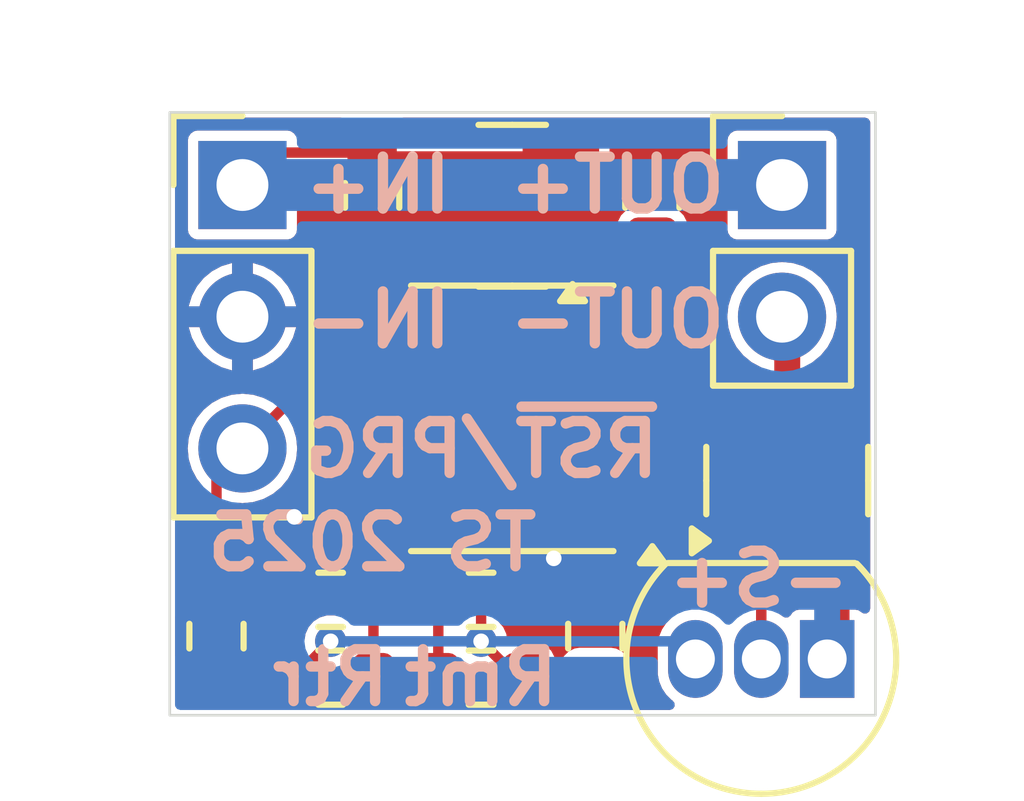
<source format=kicad_pcb>
(kicad_pcb (version 20240108) (generator "pcbnew") (generator_version "8.0")
  (layers (0 "F.Cu" signal) (31 "B.Cu" signal) (34 "B.Paste" user) (35 "F.Paste" user) (36 "B.SilkS" user "B.Silkscreen") (37 "F.SilkS" user "F.Silkscreen") (38 "B.Mask" user) (39 "F.Mask" user) (44 "Edge.Cuts" user))
  (net 0 "")
  (net 1 "GND")
  (net 2 "+3.3V")
  (net 3 "/FAN_SW")
  (net 4 "/UPDI{slash}~{RESET}")
  (net 5 "/TEMP_SENS")
  (net 6 "Net-(J1-Pin_1)")
  (net 7 "Net-(J2-Pin_2)")
  (net 8 "/MT")
  (net 9 "/TR")
  (footprint "Package_TO_SOT_SMD:SOT-23" (layer "F.Cu") (at 146.6 66.8 180)
    (property "Reference" "U1" (hide yes))
    (property "Value" "TLV76033DBZ")
    (fp_line (start 0 1.560001) (end 0.65 1.56) (stroke (width 0.12)) (layer "F.SilkS"))
    (fp_line (start 0 1.560001) (end -0.65 1.56) (stroke (width 0.12)) (layer "F.SilkS"))
    (fp_line (start 0 -1.560001) (end 0.65 -1.56) (stroke (width 0.12)) (layer "F.SilkS"))
    (fp_line (start 0 -1.560001) (end -0.65 -1.56) (stroke (width 0.12)) (layer "F.SilkS"))
    (fp_poly (pts (xy -1.1625 -1.51) (xy -1.4025 -1.84) (xy -0.9225 -1.839999) (xy -1.1625 -1.51)) (stroke (width 0.12)) (fill solid) (layer "F.SilkS"))
    (pad "1" smd roundrect (at -0.9375 -0.95 180) (size 1.475 0.6) (layers "F.Cu" "F.Paste" "F.Mask") (net 2 "+3.3V"))
    (pad "2" smd roundrect (at -0.9375 0.95 180) (size 1.475 0.6) (layers "F.Cu" "F.Paste" "F.Mask") (net 6 "Net-(J1-Pin_1)"))
    (pad "3" smd roundrect (at 0.937501 0 180) (size 1.475 0.6) (layers "F.Cu" "F.Paste" "F.Mask") (net 1 "GND"))
  )
  (footprint "Resistor_SMD:R_0603_1608Metric" (layer "F.Cu") (at 143.9 66.6 -90)
    (property "Reference" "C1" (hide yes))
    (property "Value" "100n 35V")
    (fp_line (start -0.237258 0.5225) (end 0.237258 0.5225) (stroke (width 0.12)) (layer "F.SilkS"))
    (fp_line (start -0.237258 -0.5225) (end 0.237258 -0.5225) (stroke (width 0.12)) (layer "F.SilkS"))
    (pad "1" smd roundrect (at -0.825 0 270) (size 0.8 0.95) (layers "F.Cu" "F.Paste" "F.Mask") (net 6 "Net-(J1-Pin_1)"))
    (pad "2" smd roundrect (at 0.825 0 270) (size 0.8 0.95) (layers "F.Cu" "F.Paste" "F.Mask") (net 1 "GND"))
  )
  (footprint "Connector_PinHeader_2.54mm:PinHeader_1x03_P2.54mm_Vertical" (layer "F.Cu") (at 141.4 66.4)
    (property "Reference" "J1" (hide yes))
    (property "Value" "Conn_01x03")
    (fp_line (start -1.33 -1.33) (end 0 -1.33) (stroke (width 0.12)) (layer "F.SilkS"))
    (fp_line (start -1.33 0) (end -1.33 -1.33) (stroke (width 0.12)) (layer "F.SilkS"))
    (fp_line (start -1.33 1.270001) (end -1.33 6.409999) (stroke (width 0.12)) (layer "F.SilkS"))
    (fp_line (start -1.33 1.270001) (end 1.33 1.270001) (stroke (width 0.12)) (layer "F.SilkS"))
    (fp_line (start -1.33 6.409999) (end 1.33 6.409999) (stroke (width 0.12)) (layer "F.SilkS"))
    (fp_line (start 1.33 1.270001) (end 1.33 6.409999) (stroke (width 0.12)) (layer "F.SilkS"))
    (pad "1" thru_hole rect (at 0 0) (size 1.7 1.7) (drill 1) (layers "*.Cu" "*.Mask") (net 6 "Net-(J1-Pin_1)"))
    (pad "2" thru_hole oval (at 0 2.54) (size 1.7 1.7) (drill 1) (layers "*.Cu" "*.Mask") (net 1 "GND"))
    (pad "3" thru_hole oval (at 0 5.079999) (size 1.7 1.7) (drill 1) (layers "*.Cu" "*.Mask") (net 4 "/UPDI{slash}~{RESET}"))
  )
  (footprint "Package_TO_SOT_THT:TO-92_Inline" (layer "F.Cu") (at 152.670001 75.540001 180)
    (property "Reference" "U3" (hide yes))
    (property "Value" "DS18B20")
    (fp_line (start -0.53 1.85) (end 3.07 1.85) (stroke (width 0.12)) (layer "F.SilkS"))
    (fp_arc (start 1.27 -2.6) (mid 3.672087 -0.994977) (end 3.108478 1.838478) (stroke (width 0.12)) (layer "F.SilkS"))
    (fp_arc (start -0.568478 1.838478) (mid -1.132087 -0.994977) (end 1.27 -2.6) (stroke (width 0.12)) (layer "F.SilkS"))
    (pad "1" thru_hole rect (at 0 0 180) (size 1.05 1.5) (drill 0.75) (layers "*.Cu" "*.Mask") (net 1 "GND"))
    (pad "2" thru_hole oval (at 1.270001 0 180) (size 1.05 1.5) (drill 0.75) (layers "*.Cu" "*.Mask") (net 5 "/TEMP_SENS"))
    (pad "3" thru_hole oval (at 2.54 0 180) (size 1.05 1.5) (drill 0.75) (layers "*.Cu" "*.Mask") (net 2 "+3.3V"))
  )
  (footprint "Package_TO_SOT_SMD:SOT-23" (layer "F.Cu") (at 151.9 72.1 90)
    (property "Reference" "Q1" (hide yes))
    (property "Value" "DMG3406L")
    (fp_line (start 0 -1.560001) (end 0.65 -1.56) (stroke (width 0.12)) (layer "F.SilkS"))
    (fp_line (start 0 -1.560001) (end -0.65 -1.56) (stroke (width 0.12)) (layer "F.SilkS"))
    (fp_line (start 0 1.560001) (end 0.65 1.56) (stroke (width 0.12)) (layer "F.SilkS"))
    (fp_line (start 0 1.560001) (end -0.65 1.56) (stroke (width 0.12)) (layer "F.SilkS"))
    (fp_poly (pts (xy -1.1625 -1.51) (xy -1.4025 -1.84) (xy -0.9225 -1.839999) (xy -1.1625 -1.51)) (stroke (width 0.12)) (fill solid) (layer "F.SilkS"))
    (pad "1" smd roundrect (at -0.9375 -0.95 90) (size 1.475 0.6) (layers "F.Cu" "F.Paste" "F.Mask") (net 3 "/FAN_SW"))
    (pad "2" smd roundrect (at -0.9375 0.95 90) (size 1.475 0.6) (layers "F.Cu" "F.Paste" "F.Mask") (net 1 "GND"))
    (pad "3" smd roundrect (at 0.937501 0 90) (size 1.475 0.6) (layers "F.Cu" "F.Paste" "F.Mask") (net 7 "Net-(J2-Pin_2)"))
  )
  (footprint "Resistor_SMD:R_0603_1608Metric" (layer "F.Cu") (at 140.900001 75.1 -90)
    (property "Reference" "R1" (hide yes))
    (property "Value" "100k")
    (fp_line (start -0.237258 0.5225) (end 0.237258 0.5225) (stroke (width 0.12)) (layer "F.SilkS"))
    (fp_line (start -0.237258 -0.5225) (end 0.237258 -0.5225) (stroke (width 0.12)) (layer "F.SilkS"))
    (pad "1" smd roundrect (at -0.825 0 270) (size 0.8 0.95) (layers "F.Cu" "F.Paste" "F.Mask") (net 4 "/UPDI{slash}~{RESET}"))
    (pad "2" smd roundrect (at 0.825 0 270) (size 0.8 0.95) (layers "F.Cu" "F.Paste" "F.Mask") (net 2 "+3.3V"))
  )
  (footprint "Resistor_SMD:R_0603_1608Metric" (layer "F.Cu") (at 148.2 75.1 -90)
    (property "Reference" "R5" (hide yes))
    (property "Value" "4k7")
    (fp_line (start -0.237258 0.5225) (end 0.237258 0.5225) (stroke (width 0.12)) (layer "F.SilkS"))
    (fp_line (start -0.237258 -0.5225) (end 0.237258 -0.5225) (stroke (width 0.12)) (layer "F.SilkS"))
    (pad "1" smd roundrect (at -0.825 0 270) (size 0.8 0.95) (layers "F.Cu" "F.Paste" "F.Mask") (net 5 "/TEMP_SENS"))
    (pad "2" smd roundrect (at 0.825 0 270) (size 0.8 0.95) (layers "F.Cu" "F.Paste" "F.Mask") (net 2 "+3.3V"))
  )
  (footprint "Resistor_SMD:R_0603_1608Metric" (layer "F.Cu") (at 143.1 75.9 180)
    (property "Reference" "Rtr1" (hide yes))
    (property "Value" "USER")
    (fp_line (start -0.237258 0.5225) (end 0.237258 0.5225) (stroke (width 0.12)) (layer "F.SilkS"))
    (fp_line (start -0.237258 -0.5225) (end 0.237258 -0.5225) (stroke (width 0.12)) (layer "F.SilkS"))
    (pad "1" smd roundrect (at -0.825 0 180) (size 0.8 0.95) (layers "F.Cu" "F.Paste" "F.Mask") (net 9 "/TR"))
    (pad "2" smd roundrect (at 0.825 0 180) (size 0.8 0.95) (layers "F.Cu" "F.Paste" "F.Mask") (net 2 "+3.3V"))
  )
  (footprint "Resistor_SMD:R_0603_1608Metric" (layer "F.Cu") (at 143.1 74.4)
    (property "Reference" "R4" (hide yes))
    (property "Value" "20k")
    (fp_line (start -0.237258 -0.5225) (end 0.237258 -0.5225) (stroke (width 0.12)) (layer "F.SilkS"))
    (fp_line (start -0.237258 0.5225) (end 0.237258 0.5225) (stroke (width 0.12)) (layer "F.SilkS"))
    (pad "1" smd roundrect (at -0.825 0) (size 0.8 0.95) (layers "F.Cu" "F.Paste" "F.Mask") (net 1 "GND"))
    (pad "2" smd roundrect (at 0.825 0) (size 0.8 0.95) (layers "F.Cu" "F.Paste" "F.Mask") (net 9 "/TR"))
  )
  (footprint "Resistor_SMD:R_0603_1608Metric" (layer "F.Cu") (at 146 74.4 180)
    (property "Reference" "R3" (hide yes))
    (property "Value" "15k")
    (fp_line (start -0.237258 0.5225) (end 0.237258 0.5225) (stroke (width 0.12)) (layer "F.SilkS"))
    (fp_line (start -0.237258 -0.5225) (end 0.237258 -0.5225) (stroke (width 0.12)) (layer "F.SilkS"))
    (pad "1" smd roundrect (at -0.825 0 180) (size 0.8 0.95) (layers "F.Cu" "F.Paste" "F.Mask") (net 1 "GND"))
    (pad "2" smd roundrect (at 0.825 0 180) (size 0.8 0.95) (layers "F.Cu" "F.Paste" "F.Mask") (net 8 "/MT"))
  )
  (footprint "Resistor_SMD:R_0603_1608Metric" (layer "F.Cu") (at 146 75.9)
    (property "Reference" "Rmt1" (hide yes))
    (property "Value" "USER")
    (fp_line (start -0.237258 -0.5225) (end 0.237258 -0.5225) (stroke (width 0.12)) (layer "F.SilkS"))
    (fp_line (start -0.237258 0.5225) (end 0.237258 0.5225) (stroke (width 0.12)) (layer "F.SilkS"))
    (pad "1" smd roundrect (at -0.825 0) (size 0.8 0.95) (layers "F.Cu" "F.Paste" "F.Mask") (net 8 "/MT"))
    (pad "2" smd roundrect (at 0.825 0) (size 0.8 0.95) (layers "F.Cu" "F.Paste" "F.Mask") (net 2 "+3.3V"))
  )
  (footprint "Connector_PinHeader_2.54mm:PinHeader_1x02_P2.54mm_Vertical" (layer "F.Cu") (at 151.8 66.4)
    (property "Reference" "J2" (hide yes))
    (property "Value" "Conn_01x02")
    (fp_line (start -1.33 -1.33) (end 0 -1.33) (stroke (width 0.12)) (layer "F.SilkS"))
    (fp_line (start -1.33 0) (end -1.33 -1.33) (stroke (width 0.12)) (layer "F.SilkS"))
    (fp_line (start -1.33 1.270001) (end -1.33 3.87) (stroke (width 0.12)) (layer "F.SilkS"))
    (fp_line (start -1.33 1.270001) (end 1.33 1.270001) (stroke (width 0.12)) (layer "F.SilkS"))
    (fp_line (start -1.33 3.87) (end 1.33 3.87) (stroke (width 0.12)) (layer "F.SilkS"))
    (fp_line (start 1.33 1.270001) (end 1.33 3.87) (stroke (width 0.12)) (layer "F.SilkS"))
    (pad "1" thru_hole rect (at 0 0) (size 1.7 1.7) (drill 1) (layers "*.Cu" "*.Mask") (net 6 "Net-(J1-Pin_1)"))
    (pad "2" thru_hole oval (at 0 2.54) (size 1.7 1.7) (drill 1) (layers "*.Cu" "*.Mask") (net 7 "Net-(J2-Pin_2)"))
  )
  (footprint "Resistor_SMD:R_0603_1608Metric" (layer "F.Cu") (at 149.3 66.6 90)
    (property "Reference" "C2" (hide yes))
    (property "Value" "100n 35V")
    (fp_line (start -0.237258 -0.5225) (end 0.237258 -0.5225) (stroke (width 0.12)) (layer "F.SilkS"))
    (fp_line (start -0.237258 0.5225) (end 0.237258 0.5225) (stroke (width 0.12)) (layer "F.SilkS"))
    (pad "1" smd roundrect (at -0.825 0 90) (size 0.8 0.95) (layers "F.Cu" "F.Paste" "F.Mask") (net 2 "+3.3V"))
    (pad "2" smd roundrect (at 0.825 0 90) (size 0.8 0.95) (layers "F.Cu" "F.Paste" "F.Mask") (net 1 "GND"))
  )
  (footprint "Package_SO:SOIC-8_3.9x4.9mm_P1.27mm" (layer "F.Cu") (at 146.6 70.9 180)
    (property "Reference" "U2" (hide yes))
    (property "Value" "ATtiny202-SS")
    (fp_line (start 0 2.559999) (end 1.95 2.56) (stroke (width 0.12)) (layer "F.SilkS"))
    (fp_line (start 0 2.559999) (end -1.95 2.56) (stroke (width 0.12)) (layer "F.SilkS"))
    (fp_line (start 0 -2.559999) (end 1.95 -2.56) (stroke (width 0.12)) (layer "F.SilkS"))
    (fp_line (start 0 -2.559999) (end -1.95 -2.56) (stroke (width 0.12)) (layer "F.SilkS"))
    (fp_poly (pts (xy -2.7 -2.465) (xy -2.939999 -2.795) (xy -2.46 -2.795) (xy -2.7 -2.465)) (stroke (width 0.12)) (fill solid) (layer "F.SilkS"))
    (pad "1" smd roundrect (at -2.475 -1.905 180) (size 1.95 0.6) (layers "F.Cu" "F.Paste" "F.Mask") (net 2 "+3.3V"))
    (pad "2" smd roundrect (at -2.475 -0.635 180) (size 1.95 0.6) (layers "F.Cu" "F.Paste" "F.Mask") (net 3 "/FAN_SW"))
    (pad "3" smd roundrect (at -2.475 0.635 180) (size 1.95 0.6) (layers "F.Cu" "F.Paste" "F.Mask") (net 5 "/TEMP_SENS"))
    (pad "4" smd roundrect (at -2.475 1.905 180) (size 1.95 0.6) (layers "F.Cu" "F.Paste" "F.Mask") (net 3 "/FAN_SW"))
    (pad "5" smd roundrect (at 2.475 1.905 180) (size 1.95 0.6) (layers "F.Cu" "F.Paste" "F.Mask") (net 8 "/MT"))
    (pad "6" smd roundrect (at 2.475 0.635 180) (size 1.95 0.6) (layers "F.Cu" "F.Paste" "F.Mask") (net 4 "/UPDI{slash}~{RESET}"))
    (pad "7" smd roundrect (at 2.475 -0.635 180) (size 1.95 0.6) (layers "F.Cu" "F.Paste" "F.Mask") (net 9 "/TR"))
    (pad "8" smd roundrect (at 2.475 -1.905 180) (size 1.95 0.6) (layers "F.Cu" "F.Paste" "F.Mask") (net 1 "GND"))
  )
  (gr_rect (start 140 65) (end 153.6 76.625) (stroke (width 0.05)) (fill none) (layer "Edge.Cuts"))
  (gr_text "OUT+" (at 150.8 66.4 0) (layer "B.SilkS") (effects (font (size 1 1) (thickness 0.2) (bold yes)) (justify left mirror)))
  (gr_text "-S+" (at 153.2 74 0) (layer "B.SilkS") (effects (font (size 1 1) (thickness 0.2) (bold yes)) (justify left mirror)))
  (gr_text "OUT-" (at 150.8 69 0) (layer "B.SilkS") (effects (font (size 1 1) (thickness 0.2) (bold yes)) (justify left mirror)))
  (gr_text "IN-" (at 142.5 69 0) (layer "B.SilkS") (effects (font (size 1 1) (thickness 0.2) (bold yes)) (justify right mirror)))
  (gr_text "Rtr" (at 143.1 75.9 0) (layer "B.SilkS") (effects (font (size 1 1) (thickness 0.2) (bold yes)) (justify mirror)))
  (gr_text "IN+" (at 142.5 66.4 0) (layer "B.SilkS") (effects (font (size 1 1) (thickness 0.2) (bold yes)) (justify right mirror)))
  (gr_text "TS 2025" (at 143.9 73.3 0) (layer "B.SilkS") (effects (font (size 1 1) (thickness 0.2) (bold yes)) (justify mirror)))
  (gr_text "Rmt" (at 146 75.9 0) (layer "B.SilkS") (effects (font (size 1 1) (thickness 0.2) (bold yes)) (justify mirror)))
  (gr_text "~{RST}/PRG" (at 142.5 71.5 0) (layer "B.SilkS") (effects (font (size 1 1) (thickness 0.2) (bold yes)) (justify right mirror)))
  (segment (start 142.405 72.805) (end 142.4 72.8) (width 0.2) (layer "F.Cu") (net 1))
  (segment (start 152.85 73.0375) (end 152.85 75.360002) (width 0.5) (layer "F.Cu") (net 1))
  (segment (start 152.85 75.360002) (end 152.670001 75.540001) (width 0.5) (layer "F.Cu") (net 1))
  (via (at 142.4 72.8) (size 0.6) (drill 0.3) (layers "F.Cu" "B.Cu") (net 1))
  (via (at 147.4 73.6) (size 0.6) (drill 0.3) (layers "F.Cu" "B.Cu") (net 1))
  (segment (start 152.670001 75.540001) (end 152.670001 74.070001) (width 0.5) (layer "B.Cu") (net 1))
  (segment (start 146 75.2) (end 146 73.9375) (width 0.2) (layer "F.Cu") (net 2))
  (segment (start 147.15 67.75) (end 146.46875 68.43125) (width 0.2) (layer "F.Cu") (net 2))
  (segment (start 146.47375 72.805) (end 146.46875 72.8) (width 0.2) (layer "F.Cu") (net 2))
  (segment (start 148.975 67.75) (end 147.5375 67.75) (width 0.2) (layer "F.Cu") (net 2))
  (segment (start 142.275 75.9) (end 142.4 75.9) (width 0.2) (layer "F.Cu") (net 2))
  (segment (start 140.900001 75.925) (end 142.25 75.925) (width 0.2) (layer "F.Cu") (net 2))
  (segment (start 142.25 75.925) (end 142.275 75.9) (width 0.2) (layer "F.Cu") (net 2))
  (segment (start 146.825 75.9) (end 146.7 75.9) (width 0.2) (layer "F.Cu") (net 2))
  (segment (start 146.46875 72.8) (end 146.46875 73.46875) (width 0.2) (layer "F.Cu") (net 2))
  (segment (start 146.46875 68.43125) (end 146.46875 72.8) (width 0.2) (layer "F.Cu") (net 2))
  (segment (start 148.2 75.925) (end 146.85 75.925) (width 0.2) (layer "F.Cu") (net 2))
  (segment (start 149.3 67.425) (end 148.975 67.75) (width 0.2) (layer "F.Cu") (net 2))
  (segment (start 146.85 75.925) (end 146.825 75.9) (width 0.2) (layer "F.Cu") (net 2))
  (segment (start 147.5375 67.75) (end 147.15 67.75) (width 0.2) (layer "F.Cu") (net 2))
  (segment (start 146 73.9375) (end 146.46875 73.46875) (width 0.2) (layer "F.Cu") (net 2))
  (segment (start 149.075 72.805) (end 146.47375 72.805) (width 0.2) (layer "F.Cu") (net 2))
  (segment (start 142.4 75.9) (end 143.1 75.2) (width 0.2) (layer "F.Cu") (net 2))
  (segment (start 146.7 75.9) (end 146 75.2) (width 0.2) (layer "F.Cu") (net 2))
  (via (at 143.1 75.2) (size 0.6) (drill 0.3) (layers "F.Cu" "B.Cu") (net 2))
  (via (at 146 75.2) (size 0.6) (drill 0.3) (layers "F.Cu" "B.Cu") (net 2))
  (segment (start 143.1 75.2) (end 146 75.2) (width 0.2) (layer "B.Cu") (net 2))
  (segment (start 149.79 75.2) (end 150.130001 75.540001) (width 0.2) (layer "B.Cu") (net 2))
  (segment (start 146 75.2) (end 149.79 75.2) (width 0.2) (layer "B.Cu") (net 2))
  (segment (start 149.835 71.535) (end 149.075 71.535) (width 0.2) (layer "F.Cu") (net 3))
  (segment (start 147.4 71) (end 147.4 69.5) (width 0.2) (layer "F.Cu") (net 3))
  (segment (start 147.905 68.995) (end 149.075 68.995) (width 0.2) (layer "F.Cu") (net 3))
  (segment (start 147.4 69.5) (end 147.905 68.995) (width 0.2) (layer "F.Cu") (net 3))
  (segment (start 147.935 71.535) (end 147.4 71) (width 0.2) (layer "F.Cu") (net 3))
  (segment (start 150.95 73.0375) (end 150.95 72.65) (width 0.2) (layer "F.Cu") (net 3))
  (segment (start 149.075 71.535) (end 147.935 71.535) (width 0.2) (layer "F.Cu") (net 3))
  (segment (start 150.95 72.65) (end 149.835 71.535) (width 0.2) (layer "F.Cu") (net 3))
  (segment (start 140.900001 71.979998) (end 141.4 71.479999) (width 0.2) (layer "F.Cu") (net 4))
  (segment (start 140.900001 74.275) (end 140.900001 71.979998) (width 0.2) (layer "F.Cu") (net 4))
  (segment (start 142.614999 70.265) (end 141.4 71.479999) (width 0.2) (layer "F.Cu") (net 4))
  (segment (start 144.125 70.265) (end 142.614999 70.265) (width 0.2) (layer "F.Cu") (net 4))
  (segment (start 151.4 75.540001) (end 151.4 74.45) (width 0.2) (layer "F.Cu") (net 5))
  (segment (start 150.9 71.6) (end 150.9 71.4) (width 0.2) (layer "F.Cu") (net 5))
  (segment (start 151.4 74.1) (end 151.9 73.6) (width 0.2) (layer "F.Cu") (net 5))
  (segment (start 151.9 73.6) (end 151.9 72.6) (width 0.2) (layer "F.Cu") (net 5))
  (segment (start 151.4 74.45) (end 151.225 74.275) (width 0.2) (layer "F.Cu") (net 5))
  (segment (start 149.075 70.265) (end 149.765 70.265) (width 0.2) (layer "F.Cu") (net 5))
  (segment (start 149.765 70.265) (end 150.9 71.4) (width 0.2) (layer "F.Cu") (net 5))
  (segment (start 151.4 75.540001) (end 151.4 74.1) (width 0.2) (layer "F.Cu") (net 5))
  (segment (start 151.225 74.275) (end 151.4 74.1) (width 0.2) (layer "F.Cu") (net 5))
  (segment (start 148.2 74.275) (end 151.225 74.275) (width 0.2) (layer "F.Cu") (net 5))
  (segment (start 151.9 72.6) (end 150.9 71.6) (width 0.2) (layer "F.Cu") (net 5))
  (segment (start 142.025 65.775) (end 141.4 66.4) (width 0.2) (layer "F.Cu") (net 6))
  (segment (start 143.975 65.85) (end 143.9 65.775) (width 0.2) (layer "F.Cu") (net 6))
  (segment (start 143.9 65.775) (end 142.025 65.775) (width 0.2) (layer "F.Cu") (net 6))
  (segment (start 147.5375 65.85) (end 143.975 65.85) (width 0.2) (layer "F.Cu") (net 6))
  (segment (start 141.4 66.4) (end 151.8 66.4) (width 1) (layer "B.Cu") (net 6))
  (segment (start 151.9 69.04) (end 151.8 68.94) (width 0.5) (layer "F.Cu") (net 7))
  (segment (start 151.9 71.162499) (end 151.9 69.04) (width 0.5) (layer "F.Cu") (net 7))
  (segment (start 145.175 74.125) (end 145.9 73.4) (width 0.2) (layer "F.Cu") (net 8))
  (segment (start 145.175 74.4) (end 145.175 74.125) (width 0.2) (layer "F.Cu") (net 8))
  (segment (start 144.795 68.995) (end 145.9 70.1) (width 0.2) (layer "F.Cu") (net 8))
  (segment (start 145.9 73.4) (end 145.9 70.1) (width 0.2) (layer "F.Cu") (net 8))
  (segment (start 145.175 75.9) (end 145.175 74.4) (width 0.2) (layer "F.Cu") (net 8))
  (segment (start 144.125 68.995) (end 144.795 68.995) (width 0.2) (layer "F.Cu") (net 8))
  (segment (start 143.925 73.975) (end 144.4 73.5) (width 0.2) (layer "F.Cu") (net 9))
  (segment (start 145.4 72.1) (end 144.835 71.535) (width 0.2) (layer "F.Cu") (net 9))
  (segment (start 145.4 73.3) (end 145.4 72.1) (width 0.2) (layer "F.Cu") (net 9))
  (segment (start 143.925 74.4) (end 143.925 73.975) (width 0.2) (layer "F.Cu") (net 9))
  (segment (start 143.925 75.9) (end 143.925 74.4) (width 0.2) (layer "F.Cu") (net 9))
  (segment (start 144.835 71.535) (end 144.125 71.535) (width 0.2) (layer "F.Cu") (net 9))
  (segment (start 144.4 73.5) (end 145.2 73.5) (width 0.2) (layer "F.Cu") (net 9))
  (segment (start 145.2 73.5) (end 145.4 73.3) (width 0.2) (layer "F.Cu") (net 9))
  (zone (net 1) (net_name "GND") (layers "F&B.Cu") (connect_pads thru_hole_only (clearance 0.2)) (min_thickness 0.2) (fill yes (thermal_gap 0.2) (thermal_bridge_width 0.4))
    (polygon (pts (xy 139 64) (xy 139 78) (xy 155 78) (xy 155 64)))
  )
)
</source>
